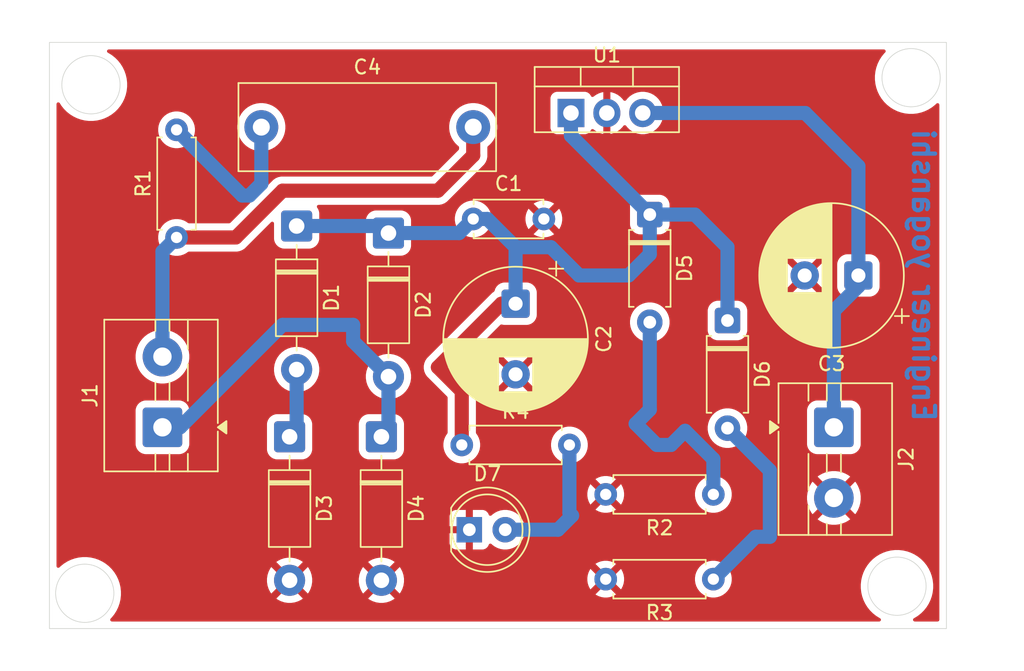
<source format=kicad_pcb>
(kicad_pcb (version 20241229) (generator "pcbnew") (generator_version "9.0")
  (layers (0 "F.Cu" signal) (2 "B.Cu" signal) (13 "F.Paste" user) (15 "B.Paste" user) (5 "F.SilkS" user "F.Silkscreen") (7 "B.SilkS" user "B.Silkscreen") (1 "F.Mask" user) (3 "B.Mask" user) (25 "Edge.Cuts" user))
  (net 0 "")
  (net 1 "GND")
  (net 2 "Net-(D1-K)")
  (net 3 "/5v")
  (net 4 "Net-(J1-Pin_2)")
  (net 5 "Net-(D1-A)")
  (net 6 "Net-(D2-A)")
  (net 7 "Net-(D5-A)")
  (net 8 "Net-(D6-A)")
  (net 9 "Net-(D7-A)")
  (footprint "Diode_THT:D_A-405_P7.62mm_Horizontal" (layer "F.Cu") (at 91.5 61.69 -90)
    (property "Reference" "D6" (at 3.81 -2.47 90) (layer "F.SilkS"))
    (property "Value" "D_Zener")
    (pad "1" thru_hole roundrect (at 0 0 270) (size 1.8 1.8) (drill 0.9) (layers "*.Cu" "*.Mask") (roundrect_rratio 0.138889) (net 2 "Net-(D1-K)"))
    (pad "2" thru_hole circle (at 7.62 0 270) (size 1.8 1.8) (drill 0.9) (layers "*.Cu" "*.Mask") (net 8 "Net-(D6-A)"))
  )
  (footprint "Capacitor_THT:CP_Radial_D10.0mm_P3.80mm" (layer "F.Cu") (at 100.767677 58.5 180)
    (property "Reference" "C3" (at 1.9 -6.25 0) (layer "F.SilkS"))
    (property "Value" "470uf")
    (pad "1" thru_hole roundrect (at 0 0 180) (size 2 2) (drill 1) (layers "*.Cu" "*.Mask") (roundrect_rratio 0.125) (net 3 "/5v"))
    (pad "2" thru_hole circle (at 3.8 0 180) (size 2 2) (drill 1) (layers "*.Cu" "*.Mask") (net 1 "GND"))
  )
  (footprint "Diode_THT:D_DO-41_SOD81_P10.16mm_Horizontal" (layer "F.Cu") (at 67.5 55.5 -90)
    (property "Reference" "D2" (at 5.08 -2.47 90) (layer "F.SilkS"))
    (property "Value" "1N4007")
    (pad "1" thru_hole roundrect (at 0 0 270) (size 2.2 2.2) (drill 1.1) (layers "*.Cu" "*.Mask") (roundrect_rratio 0.113636) (net 2 "Net-(D1-K)"))
    (pad "2" thru_hole circle (at 10.16 0 270) (size 2.2 2.2) (drill 1.1) (layers "*.Cu" "*.Mask") (net 6 "Net-(D2-A)"))
  )
  (footprint "Capacitor_THT:C_Rect_L18.0mm_W6.0mm_P15.00mm_FKS3_FKP3" (layer "F.Cu") (at 58.5 48)
    (property "Reference" "C4" (at 7.5 -4.25 0) (layer "F.SilkS"))
    (property "Value" "225k/2.2uf")
    (pad "1" thru_hole circle (at 0 0) (size 2.4 2.4) (drill 1.2) (layers "*.Cu" "*.Mask") (net 2 "Net-(D1-K)"))
    (pad "2" thru_hole circle (at 15 0) (size 2.4 2.4) (drill 1.2) (layers "*.Cu" "*.Mask") (net 4 "Net-(J1-Pin_2)"))
  )
  (footprint "LED_THT:LED_D5.0mm" (layer "F.Cu") (at 73.225 76.5)
    (property "Reference" "D7" (at 1.27 -3.96 0) (layer "F.SilkS"))
    (property "Value" "LED")
    (pad "1" thru_hole rect (at 0 0) (size 1.8 1.8) (drill 0.9) (layers "*.Cu" "*.Mask") (net 1 "GND"))
    (pad "2" thru_hole circle (at 2.54 0) (size 1.8 1.8) (drill 0.9) (layers "*.Cu" "*.Mask") (net 9 "Net-(D7-A)"))
  )
  (footprint "Capacitor_THT:C_Disc_D4.7mm_W2.5mm_P5.00mm" (layer "F.Cu") (at 73.5 54.5)
    (property "Reference" "C1" (at 2.5 -2.5 0) (layer "F.SilkS"))
    (property "Value" "0.1uf")
    (pad "1" thru_hole circle (at 0 0) (size 1.6 1.6) (drill 0.8) (layers "*.Cu" "*.Mask") (net 2 "Net-(D1-K)"))
    (pad "2" thru_hole circle (at 5 0) (size 1.6 1.6) (drill 0.8) (layers "*.Cu" "*.Mask") (net 1 "GND"))
  )
  (footprint "Resistor_THT:R_Axial_DIN0207_L6.3mm_D2.5mm_P7.62mm_Horizontal" (layer "F.Cu") (at 72.69 70.5)
    (property "Reference" "R4" (at 3.81 -2.37 0) (layer "F.SilkS"))
    (property "Value" "2.2k")
    (pad "1" thru_hole circle (at 0 0) (size 1.6 1.6) (drill 0.8) (layers "*.Cu" "*.Mask") (net 2 "Net-(D1-K)"))
    (pad "2" thru_hole circle (at 7.62 0) (size 1.6 1.6) (drill 0.8) (layers "*.Cu" "*.Mask") (net 9 "Net-(D7-A)"))
  )
  (footprint "Diode_THT:D_A-405_P7.62mm_Horizontal" (layer "F.Cu") (at 86 54.19 -90)
    (property "Reference" "D5" (at 3.81 -2.47 90) (layer "F.SilkS"))
    (property "Value" "D_Zener")
    (pad "1" thru_hole roundrect (at 0 0 270) (size 1.8 1.8) (drill 0.9) (layers "*.Cu" "*.Mask") (roundrect_rratio 0.138889) (net 2 "Net-(D1-K)"))
    (pad "2" thru_hole circle (at 7.62 0 270) (size 1.8 1.8) (drill 0.9) (layers "*.Cu" "*.Mask") (net 7 "Net-(D5-A)"))
  )
  (footprint "Resistor_THT:R_Axial_DIN0207_L6.3mm_D2.5mm_P7.62mm_Horizontal" (layer "F.Cu") (at 90.5 74 180)
    (property "Reference" "R2" (at 3.81 -2.37 0) (layer "F.SilkS"))
    (property "Value" "20k")
    (pad "1" thru_hole circle (at 0 0 180) (size 1.6 1.6) (drill 0.8) (layers "*.Cu" "*.Mask") (net 7 "Net-(D5-A)"))
    (pad "2" thru_hole circle (at 7.62 0 180) (size 1.6 1.6) (drill 0.8) (layers "*.Cu" "*.Mask") (net 1 "GND"))
  )
  (footprint "Capacitor_THT:CP_Radial_D10.0mm_P5.00mm" (layer "F.Cu") (at 76.5 60.5 -90)
    (property "Reference" "C2" (at 2.5 -6.25 90) (layer "F.SilkS"))
    (property "Value" "1000uf")
    (pad "1" thru_hole roundrect (at 0 0 270) (size 2 2) (drill 1) (layers "*.Cu" "*.Mask") (roundrect_rratio 0.125) (net 2 "Net-(D1-K)"))
    (pad "2" thru_hole circle (at 5 0 270) (size 2 2) (drill 1) (layers "*.Cu" "*.Mask") (net 1 "GND"))
  )
  (footprint "TerminalBlock:TerminalBlock_MaiXu_MX126-5.0-02P_1x02_P5.00mm" (layer "F.Cu") (at 51.5 69.25 90)
    (property "Reference" "J1" (at 2.25 -5.12 90) (layer "F.SilkS"))
    (property "Value" "Screw_Terminal_01x02")
    (pad "1" thru_hole roundrect (at 0 0 90) (size 2.8 2.8) (drill 1.3) (layers "*.Cu" "*.Mask") (roundrect_rratio 0.089286) (net 6 "Net-(D2-A)"))
    (pad "2" thru_hole circle (at 5 0 90) (size 2.8 2.8) (drill 1.3) (layers "*.Cu" "*.Mask") (net 4 "Net-(J1-Pin_2)"))
  )
  (footprint "Diode_THT:D_DO-41_SOD81_P10.16mm_Horizontal" (layer "F.Cu") (at 67 69.92 -90)
    (property "Reference" "D4" (at 5.08 -2.47 90) (layer "F.SilkS"))
    (property "Value" "1N4007")
    (pad "1" thru_hole roundrect (at 0 0 270) (size 2.2 2.2) (drill 1.1) (layers "*.Cu" "*.Mask") (roundrect_rratio 0.113636) (net 6 "Net-(D2-A)"))
    (pad "2" thru_hole circle (at 10.16 0 270) (size 2.2 2.2) (drill 1.1) (layers "*.Cu" "*.Mask") (net 1 "GND"))
  )
  (footprint "TerminalBlock:TerminalBlock_MaiXu_MX126-5.0-02P_1x02_P5.00mm" (layer "F.Cu") (at 99.0325 69.25 -90)
    (property "Reference" "J2" (at 2.25 -5.12 90) (layer "F.SilkS"))
    (property "Value" "Screw_Terminal_01x02")
    (pad "1" thru_hole roundrect (at 0 0 270) (size 2.8 2.8) (drill 1.3) (layers "*.Cu" "*.Mask") (roundrect_rratio 0.089286) (net 3 "/5v"))
    (pad "2" thru_hole circle (at 5 0 270) (size 2.8 2.8) (drill 1.3) (layers "*.Cu" "*.Mask") (net 1 "GND"))
  )
  (footprint "Diode_THT:D_DO-41_SOD81_P10.16mm_Horizontal" (layer "F.Cu") (at 60.5 69.92 -90)
    (property "Reference" "D3" (at 5.08 -2.47 90) (layer "F.SilkS"))
    (property "Value" "1N4007")
    (pad "1" thru_hole roundrect (at 0 0 270) (size 2.2 2.2) (drill 1.1) (layers "*.Cu" "*.Mask") (roundrect_rratio 0.113636) (net 5 "Net-(D1-A)"))
    (pad "2" thru_hole circle (at 10.16 0 270) (size 2.2 2.2) (drill 1.1) (layers "*.Cu" "*.Mask") (net 1 "GND"))
  )
  (footprint "Resistor_THT:R_Axial_DIN0207_L6.3mm_D2.5mm_P7.62mm_Horizontal" (layer "F.Cu") (at 90.5 80 180)
    (property "Reference" "R3" (at 3.81 -2.37 0) (layer "F.SilkS"))
    (property "Value" "20k")
    (pad "1" thru_hole circle (at 0 0 180) (size 1.6 1.6) (drill 0.8) (layers "*.Cu" "*.Mask") (net 8 "Net-(D6-A)"))
    (pad "2" thru_hole circle (at 7.62 0 180) (size 1.6 1.6) (drill 0.8) (layers "*.Cu" "*.Mask") (net 1 "GND"))
  )
  (footprint "Package_TO_SOT_THT:TO-220-3_Vertical" (layer "F.Cu") (at 80.42 47)
    (property "Reference" "U1" (at 2.54 -4.1 0) (layer "F.SilkS"))
    (property "Value" "LM7805_TO220")
    (pad "1" thru_hole rect (at 0 0) (size 1.905 2) (drill 1.1) (layers "*.Cu" "*.Mask") (net 2 "Net-(D1-K)"))
    (pad "2" thru_hole oval (at 2.54 0) (size 1.905 2) (drill 1.1) (layers "*.Cu" "*.Mask") (net 1 "GND"))
    (pad "3" thru_hole oval (at 5.08 0) (size 1.905 2) (drill 1.1) (layers "*.Cu" "*.Mask") (net 3 "/5v"))
  )
  (footprint "Resistor_THT:R_Axial_DIN0207_L6.3mm_D2.5mm_P7.62mm_Horizontal" (layer "F.Cu") (at 52.5 55.81 90)
    (property "Reference" "R1" (at 3.81 -2.37 90) (layer "F.SilkS"))
    (property "Value" "1m")
    (pad "1" thru_hole circle (at 0 0 90) (size 1.6 1.6) (drill 0.8) (layers "*.Cu" "*.Mask") (net 4 "Net-(J1-Pin_2)"))
    (pad "2" thru_hole circle (at 7.62 0 90) (size 1.6 1.6) (drill 0.8) (layers "*.Cu" "*.Mask") (net 2 "Net-(D1-K)"))
  )
  (footprint "Diode_THT:D_DO-41_SOD81_P10.16mm_Horizontal" (layer "F.Cu") (at 61 55 -90)
    (property "Reference" "D1" (at 5.08 -2.47 90) (layer "F.SilkS"))
    (property "Value" "1N4007")
    (pad "1" thru_hole roundrect (at 0 0 270) (size 2.2 2.2) (drill 1.1) (layers "*.Cu" "*.Mask") (roundrect_rratio 0.113636) (net 2 "Net-(D1-K)"))
    (pad "2" thru_hole circle (at 10.16 0 270) (size 2.2 2.2) (drill 1.1) (layers "*.Cu" "*.Mask") (net 5 "Net-(D1-A)"))
  )
  (gr_circle (center 46 81) (end 44 80.5) (stroke (width 0.05)) (fill no) (layer "Edge.Cuts"))
  (gr_circle (center 104.5 44.5) (end 102.5 44) (stroke (width 0.05)) (fill no) (layer "Edge.Cuts"))
  (gr_circle (center 46.438447 45) (end 44.438447 44.5) (stroke (width 0.05)) (fill no) (layer "Edge.Cuts"))
  (gr_circle (center 103.5 80.5) (end 101.5 80) (stroke (width 0.05)) (fill no) (layer "Edge.Cuts"))
  (gr_rect (start 43.5 42) (end 107 83.5) (stroke (width 0.05)) (fill no) (layer "Edge.Cuts"))
  (gr_text "Engineer yoganshi" (at 104.5 69 -90) (layer "B.Cu") (effects (font (size 1.5 1.5) (thickness 0.3) (bold yes)) (justify left bottom mirror)))
  (segment (start 72.69 66.69) (end 72.69 70.5) (width 1) (layer "F.Cu") (net 2))
  (segment (start 71 65) (end 72.69 66.69) (width 1) (layer "F.Cu") (net 2))
  (segment (start 76.5 60.5) (end 75.5 60.5) (width 1) (layer "F.Cu") (net 2))
  (segment (start 75.5 60.5) (end 71 65) (width 1) (layer "F.Cu") (net 2))
  (segment (start 76.5 56.5) (end 79 56.5) (width 1) (layer "B.Cu") (net 2))
  (segment (start 84.5 58.5) (end 86 57) (width 1) (layer "B.Cu") (net 2))
  (segment (start 58.5 52) (end 57.656367 52.843633) (width 1) (layer "B.Cu") (net 2))
  (segment (start 57.656367 52.843633) (end 57.153633 52.843633) (width 1) (layer "B.Cu") (net 2))
  (segment (start 76.5 56.5) (end 76.5 60.5) (width 1) (layer "B.Cu") (net 2))
  (segment (start 61 55) (end 67 55) (width 1) (layer "B.Cu") (net 2))
  (segment (start 73.5 54.5) (end 74.5 54.5) (width 1) (layer "B.Cu") (net 2))
  (segment (start 57.153633 52.843633) (end 52.5 48.19) (width 1) (layer "B.Cu") (net 2))
  (segment (start 58.5 48) (end 58.5 52) (width 1) (layer "B.Cu") (net 2))
  (segment (start 80.42 47) (end 80.42 48.61) (width 1) (layer "B.Cu") (net 2))
  (segment (start 89.19 54.19) (end 91.5 56.5) (width 1) (layer "B.Cu") (net 2))
  (segment (start 86 57) (end 86 54.19) (width 1) (layer "B.Cu") (net 2))
  (segment (start 86 54.19) (end 89.19 54.19) (width 1) (layer "B.Cu") (net 2))
  (segment (start 91.5 56.5) (end 91.5 61.69) (width 1) (layer "B.Cu") (net 2))
  (segment (start 80.42 48.61) (end 86 54.19) (width 1) (layer "B.Cu") (net 2))
  (segment (start 74.5 54.5) (end 76.5 56.5) (width 1) (layer "B.Cu") (net 2))
  (segment (start 67 55) (end 67.5 55.5) (width 1) (layer "B.Cu") (net 2))
  (segment (start 81 58.5) (end 84.5 58.5) (width 1) (layer "B.Cu") (net 2))
  (segment (start 67.5 55.5) (end 72.5 55.5) (width 1) (layer "B.Cu") (net 2))
  (segment (start 79 56.5) (end 81 58.5) (width 1) (layer "B.Cu") (net 2))
  (segment (start 72.5 55.5) (end 73.5 54.5) (width 1) (layer "B.Cu") (net 2))
  (segment (start 85.5 47) (end 97 47) (width 1) (layer "B.Cu") (net 3))
  (segment (start 97 47) (end 100.767677 50.767677) (width 1) (layer "B.Cu") (net 3))
  (segment (start 100.767677 58.5) (end 100.767677 59.267677) (width 1) (layer "B.Cu") (net 3))
  (segment (start 100.767677 59.267677) (end 99.0325 61.002854) (width 1) (layer "B.Cu") (net 3))
  (segment (start 99.0325 61.002854) (end 99.0325 69.25) (width 1) (layer "B.Cu") (net 3))
  (segment (start 100.767677 50.767677) (end 100.767677 58.5) (width 1) (layer "B.Cu") (net 3))
  (segment (start 52.5 55.81) (end 56.69 55.81) (width 1) (layer "F.Cu") (net 4))
  (segment (start 71 52.5) (end 73.5 50) (width 1) (layer "F.Cu") (net 4))
  (segment (start 73.5 50) (end 73.5 48) (width 1) (layer "F.Cu") (net 4))
  (segment (start 56.69 55.81) (end 60 52.5) (width 1) (layer "F.Cu") (net 4))
  (segment (start 60 52.5) (end 71 52.5) (width 1) (layer "F.Cu") (net 4))
  (segment (start 51.5 56.81) (end 52.5 55.81) (width 1) (layer "B.Cu") (net 4))
  (segment (start 51.5 64.25) (end 51.5 56.81) (width 1) (layer "B.Cu") (net 4))
  (segment (start 61 65.16) (end 61 69.42) (width 1) (layer "B.Cu") (net 5))
  (segment (start 61 69.42) (end 60.5 69.92) (width 1) (layer "B.Cu") (net 5))
  (segment (start 67.5 65.66) (end 67.5 69.42) (width 1) (layer "B.Cu") (net 6))
  (segment (start 51.5 69.25) (end 52.75 69.25) (width 1) (layer "B.Cu") (net 6))
  (segment (start 65 62) (end 65 63.16) (width 1) (layer "B.Cu") (net 6))
  (segment (start 60 62) (end 65 62) (width 1) (layer "B.Cu") (net 6))
  (segment (start 52.75 69.25) (end 60 62) (width 1) (layer "B.Cu") (net 6))
  (segment (start 65 63.16) (end 67.5 65.66) (width 1) (layer "B.Cu") (net 6))
  (segment (start 67.5 69.42) (end 67 69.92) (width 1) (layer "B.Cu") (net 6))
  (segment (start 86 61.81) (end 86 68) (width 1) (layer "B.Cu") (net 7))
  (segment (start 86.5 70.5) (end 87.5 70.5) (width 1) (layer "B.Cu") (net 7))
  (segment (start 87.5 70.5) (end 88.5 69.5) (width 1) (layer "B.Cu") (net 7))
  (segment (start 86 68) (end 85 69) (width 1) (layer "B.Cu") (net 7))
  (segment (start 90.5 71.5) (end 90.5 74) (width 1) (layer "B.Cu") (net 7))
  (segment (start 88.5 69.5) (end 90.5 71.5) (width 1) (layer "B.Cu") (net 7))
  (segment (start 85 69) (end 86.5 70.5) (width 1) (layer "B.Cu") (net 7))
  (segment (start 94.5 77) (end 93.5 77) (width 1) (layer "B.Cu") (net 8))
  (segment (start 91.5 69.31) (end 94.5 72.31) (width 1) (layer "B.Cu") (net 8))
  (segment (start 94.5 72.31) (end 94.5 77) (width 1) (layer "B.Cu") (net 8))
  (segment (start 93.5 77) (end 90.5 80) (width 1) (layer "B.Cu") (net 8))
  (segment (start 75.765 76.5) (end 79.5 76.5) (width 1) (layer "B.Cu") (net 9))
  (segment (start 79.5 76.5) (end 80.5 75.5) (width 1) (layer "B.Cu") (net 9))
  (segment (start 80.5 75.5) (end 80.31 75.31) (width 1) (layer "B.Cu") (net 9))
  (segment (start 80.31 75.31) (end 80.31 70.5) (width 1) (layer "B.Cu") (net 9))
  (zone (net 1) (net_name "GND") (layer "F.Cu") (connect_pads (clearance 0.5)) (min_thickness 0.25) (fill yes (thermal_gap 0.5) (thermal_bridge_width 0.5))
    (polygon (pts (xy 40 41) (xy 40 86.5) (xy 110.5 86.5) (xy 112.5 84.5) (xy 112.5 39.5) (xy 112 39) (xy 42 39)))
  )
)
</source>
